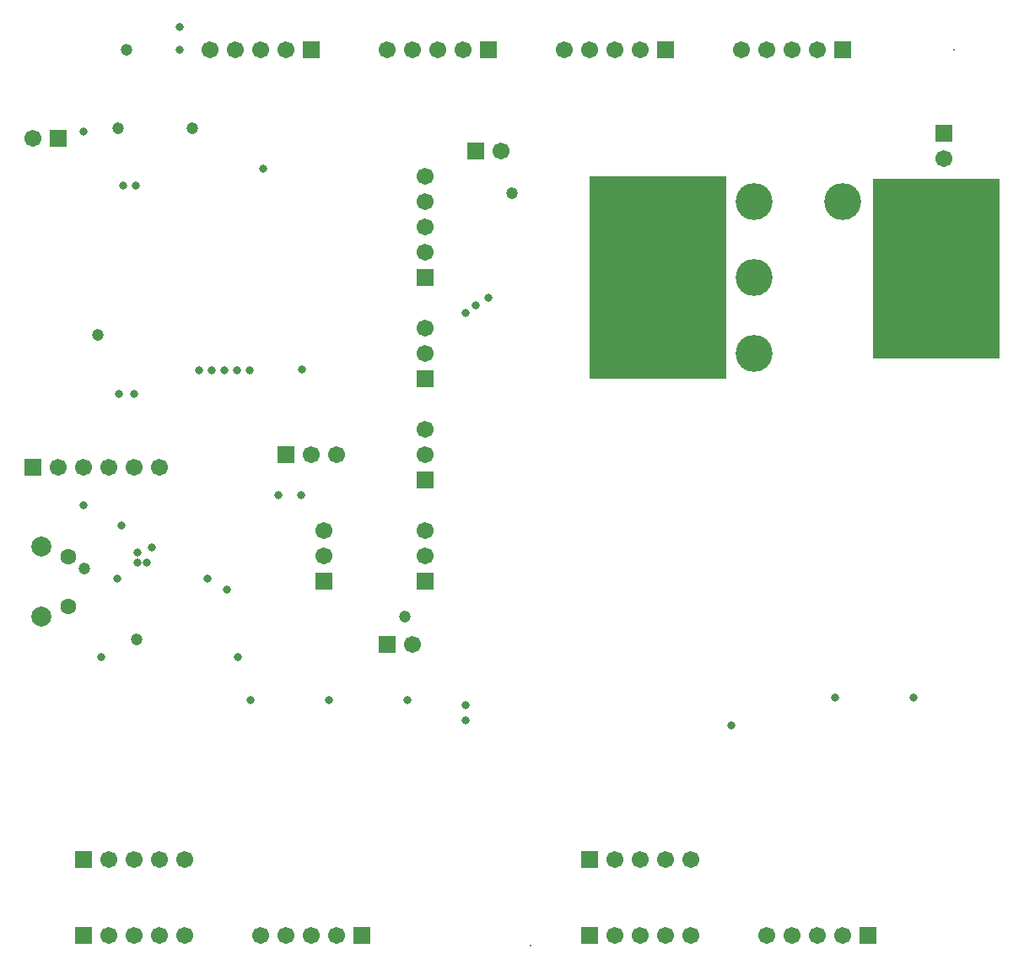
<source format=gbs>
G04*
G04 #@! TF.GenerationSoftware,Altium Limited,Altium Designer,18.0.7 (293)*
G04*
G04 Layer_Color=16711935*
%FSLAX23Y23*%
%MOIN*%
G70*
G01*
G75*
%ADD75C,0.079*%
%ADD76C,0.063*%
%ADD77C,0.008*%
%ADD78R,0.067X0.067*%
%ADD79C,0.067*%
%ADD80C,0.146*%
%ADD81R,0.067X0.067*%
%ADD82C,0.032*%
%ADD83C,0.047*%
%ADD98R,0.540X0.800*%
G36*
X3420Y-710D02*
X3920D01*
Y-1420D01*
X3420D01*
Y-710D01*
D02*
G37*
D75*
X135Y-2438D02*
D03*
Y-2163D02*
D03*
D76*
X241Y-2399D02*
D03*
Y-2202D02*
D03*
D77*
X3740Y-197D02*
D03*
X2067Y-3740D02*
D03*
D78*
X200Y-550D02*
D03*
X1850Y-600D02*
D03*
X1100Y-1800D02*
D03*
X100Y-1850D02*
D03*
X1500Y-2550D02*
D03*
X2300Y-3400D02*
D03*
Y-3700D02*
D03*
X3400D02*
D03*
X1400D02*
D03*
X300Y-3400D02*
D03*
Y-3700D02*
D03*
X1200Y-200D02*
D03*
X1900D02*
D03*
X2600D02*
D03*
X3300D02*
D03*
D79*
X100Y-550D02*
D03*
X1950Y-600D02*
D03*
X1300Y-1800D02*
D03*
X1200D02*
D03*
X3700Y-630D02*
D03*
X1250Y-2100D02*
D03*
Y-2200D02*
D03*
X1650Y-2100D02*
D03*
Y-2200D02*
D03*
Y-1700D02*
D03*
Y-1800D02*
D03*
Y-1000D02*
D03*
Y-900D02*
D03*
Y-800D02*
D03*
Y-700D02*
D03*
Y-1400D02*
D03*
Y-1300D02*
D03*
X200Y-1850D02*
D03*
X300D02*
D03*
X400D02*
D03*
X500D02*
D03*
X600D02*
D03*
X1600Y-2550D02*
D03*
X2400Y-3400D02*
D03*
X2500D02*
D03*
X2600D02*
D03*
X2700D02*
D03*
X2400Y-3700D02*
D03*
X2500D02*
D03*
X2600D02*
D03*
X2700D02*
D03*
X3300D02*
D03*
X3200D02*
D03*
X3100D02*
D03*
X3000D02*
D03*
X1300D02*
D03*
X1200D02*
D03*
X1100D02*
D03*
X1000D02*
D03*
X400Y-3400D02*
D03*
X500D02*
D03*
X600D02*
D03*
X700D02*
D03*
X400Y-3700D02*
D03*
X500D02*
D03*
X600D02*
D03*
X700D02*
D03*
X1100Y-200D02*
D03*
X1000D02*
D03*
X900D02*
D03*
X800D02*
D03*
X1800D02*
D03*
X1700D02*
D03*
X1600D02*
D03*
X1500D02*
D03*
X2500D02*
D03*
X2400D02*
D03*
X2300D02*
D03*
X2200D02*
D03*
X3200D02*
D03*
X3100D02*
D03*
X3000D02*
D03*
X2900D02*
D03*
D80*
X3300Y-800D02*
D03*
X3500D02*
D03*
X2950Y-1400D02*
D03*
X2750D02*
D03*
X2950Y-1100D02*
D03*
X2750D02*
D03*
X2950Y-800D02*
D03*
X2750D02*
D03*
D81*
X3700Y-530D02*
D03*
X1250Y-2300D02*
D03*
X1650D02*
D03*
Y-1900D02*
D03*
Y-1100D02*
D03*
Y-1500D02*
D03*
D82*
X571Y-2165D02*
D03*
X512Y-2185D02*
D03*
X551Y-2224D02*
D03*
X512D02*
D03*
X1160Y-1960D02*
D03*
X1070D02*
D03*
X301Y-521D02*
D03*
X1900Y-1180D02*
D03*
X3580Y-2760D02*
D03*
X3270D02*
D03*
X2860Y-2870D02*
D03*
X1850Y-1210D02*
D03*
X1810Y-1240D02*
D03*
X1010Y-670D02*
D03*
X3900Y-1350D02*
D03*
Y-1400D02*
D03*
Y-1300D02*
D03*
Y-1250D02*
D03*
Y-1200D02*
D03*
Y-1150D02*
D03*
Y-1100D02*
D03*
Y-1050D02*
D03*
Y-950D02*
D03*
Y-1000D02*
D03*
Y-900D02*
D03*
Y-850D02*
D03*
Y-800D02*
D03*
Y-750D02*
D03*
X3450Y-900D02*
D03*
X3500D02*
D03*
X3550D02*
D03*
X3600D02*
D03*
Y-950D02*
D03*
Y-1000D02*
D03*
Y-1050D02*
D03*
X3550D02*
D03*
X3500D02*
D03*
X3450D02*
D03*
X3600Y-1200D02*
D03*
Y-1250D02*
D03*
Y-1300D02*
D03*
Y-1350D02*
D03*
X3550D02*
D03*
X3500D02*
D03*
X3450D02*
D03*
X1163Y-1463D02*
D03*
X1580Y-2770D02*
D03*
X956Y-1466D02*
D03*
X1810Y-2850D02*
D03*
X1810Y-2790D02*
D03*
X1270Y-2770D02*
D03*
X960D02*
D03*
X910Y-2600D02*
D03*
X906Y-1464D02*
D03*
X856Y-1466D02*
D03*
X806D02*
D03*
X756D02*
D03*
X790Y-2290D02*
D03*
X440Y-1560D02*
D03*
X500Y-1560D02*
D03*
X370Y-2600D02*
D03*
X867Y-2333D02*
D03*
X450Y-2080D02*
D03*
X300Y-2000D02*
D03*
X435Y-2290D02*
D03*
X506Y-736D02*
D03*
X456D02*
D03*
X680Y-200D02*
D03*
X680Y-110D02*
D03*
D83*
X1570Y-2440D02*
D03*
X356Y-1324D02*
D03*
X437Y-507D02*
D03*
X1994Y-764D02*
D03*
X730Y-510D02*
D03*
X510Y-2530D02*
D03*
X304Y-2249D02*
D03*
X470Y-200D02*
D03*
D98*
X2570Y-1100D02*
D03*
M02*

</source>
